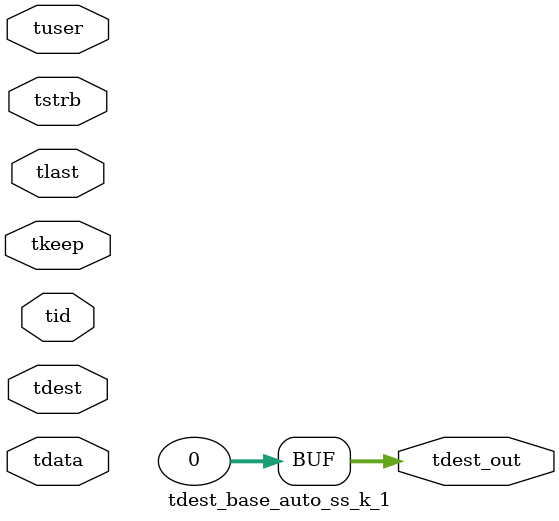
<source format=v>


`timescale 1ps/1ps

module tdest_base_auto_ss_k_1 #
(
parameter C_S_AXIS_TDATA_WIDTH = 32,
parameter C_S_AXIS_TUSER_WIDTH = 0,
parameter C_S_AXIS_TID_WIDTH   = 0,
parameter C_S_AXIS_TDEST_WIDTH = 0,
parameter C_M_AXIS_TDEST_WIDTH = 32
)
(
input  [(C_S_AXIS_TDATA_WIDTH == 0 ? 1 : C_S_AXIS_TDATA_WIDTH)-1:0     ] tdata,
input  [(C_S_AXIS_TUSER_WIDTH == 0 ? 1 : C_S_AXIS_TUSER_WIDTH)-1:0     ] tuser,
input  [(C_S_AXIS_TID_WIDTH   == 0 ? 1 : C_S_AXIS_TID_WIDTH)-1:0       ] tid,
input  [(C_S_AXIS_TDEST_WIDTH == 0 ? 1 : C_S_AXIS_TDEST_WIDTH)-1:0     ] tdest,
input  [(C_S_AXIS_TDATA_WIDTH/8)-1:0 ] tkeep,
input  [(C_S_AXIS_TDATA_WIDTH/8)-1:0 ] tstrb,
input                                                                    tlast,
output [C_M_AXIS_TDEST_WIDTH-1:0] tdest_out
);

assign tdest_out = {1'b0};

endmodule


</source>
